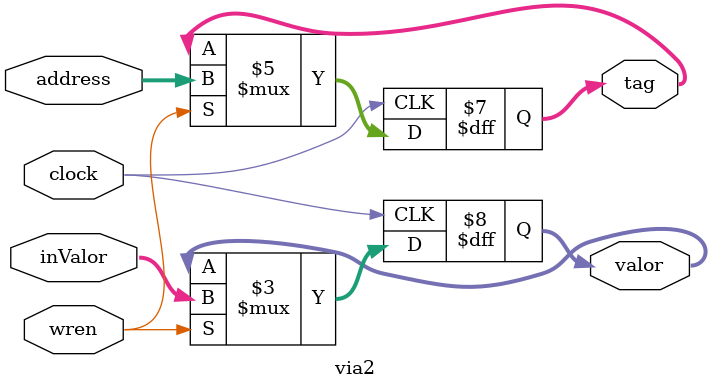
<source format=v>
module via2(
  input [6:0] address,
  input [7:0] inValor,  
  input wren,
  input clock,
  
  
  output reg [6:0] tag,  
  output reg [7:0] valor
);

initial begin
  tag     = 7'd105;
  valor   = 8'd5;
end

always@(posedge clock)begin
  if(wren)begin
    valor  <= inValor;
    tag    <= address;
  end
end

endmodule



</source>
